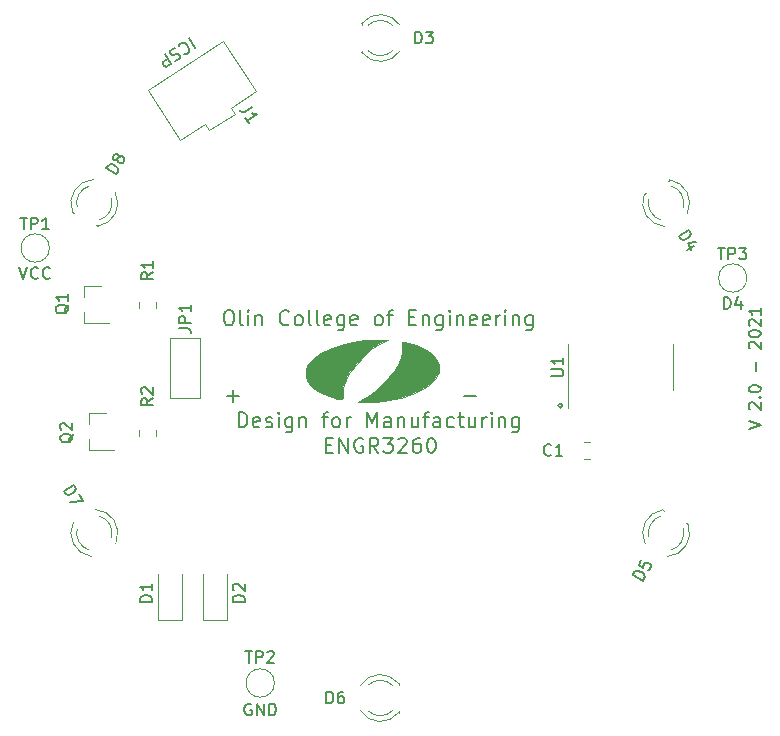
<source format=gbr>
G04 #@! TF.GenerationSoftware,KiCad,Pcbnew,(5.1.10)-1*
G04 #@! TF.CreationDate,2021-07-11T13:09:49-07:00*
G04 #@! TF.ProjectId,NightLight,4e696768-744c-4696-9768-742e6b696361,rev?*
G04 #@! TF.SameCoordinates,Original*
G04 #@! TF.FileFunction,Legend,Top*
G04 #@! TF.FilePolarity,Positive*
%FSLAX46Y46*%
G04 Gerber Fmt 4.6, Leading zero omitted, Abs format (unit mm)*
G04 Created by KiCad (PCBNEW (5.1.10)-1) date 2021-07-11 13:09:49*
%MOMM*%
%LPD*%
G01*
G04 APERTURE LIST*
%ADD10C,0.177800*%
%ADD11C,0.150000*%
%ADD12C,0.120000*%
%ADD13C,0.010000*%
%ADD14C,0.300000*%
G04 APERTURE END LIST*
D10*
X15419605Y-3175000D02*
G75*
G03*
X15419605Y-3175000I-179605J0D01*
G01*
X-4626428Y-6513285D02*
X-4203095Y-6513285D01*
X-4021666Y-7178523D02*
X-4626428Y-7178523D01*
X-4626428Y-5908523D01*
X-4021666Y-5908523D01*
X-3477380Y-7178523D02*
X-3477380Y-5908523D01*
X-2751666Y-7178523D01*
X-2751666Y-5908523D01*
X-1481666Y-5969000D02*
X-1602619Y-5908523D01*
X-1784047Y-5908523D01*
X-1965476Y-5969000D01*
X-2086428Y-6089952D01*
X-2146904Y-6210904D01*
X-2207380Y-6452809D01*
X-2207380Y-6634238D01*
X-2146904Y-6876142D01*
X-2086428Y-6997095D01*
X-1965476Y-7118047D01*
X-1784047Y-7178523D01*
X-1663095Y-7178523D01*
X-1481666Y-7118047D01*
X-1421190Y-7057571D01*
X-1421190Y-6634238D01*
X-1663095Y-6634238D01*
X-151190Y-7178523D02*
X-574523Y-6573761D01*
X-876904Y-7178523D02*
X-876904Y-5908523D01*
X-393095Y-5908523D01*
X-272142Y-5969000D01*
X-211666Y-6029476D01*
X-151190Y-6150428D01*
X-151190Y-6331857D01*
X-211666Y-6452809D01*
X-272142Y-6513285D01*
X-393095Y-6573761D01*
X-876904Y-6573761D01*
X272142Y-5908523D02*
X1058333Y-5908523D01*
X635000Y-6392333D01*
X816428Y-6392333D01*
X937380Y-6452809D01*
X997857Y-6513285D01*
X1058333Y-6634238D01*
X1058333Y-6936619D01*
X997857Y-7057571D01*
X937380Y-7118047D01*
X816428Y-7178523D01*
X453571Y-7178523D01*
X332619Y-7118047D01*
X272142Y-7057571D01*
X1542142Y-6029476D02*
X1602619Y-5969000D01*
X1723571Y-5908523D01*
X2025952Y-5908523D01*
X2146904Y-5969000D01*
X2207380Y-6029476D01*
X2267857Y-6150428D01*
X2267857Y-6271380D01*
X2207380Y-6452809D01*
X1481666Y-7178523D01*
X2267857Y-7178523D01*
X3356428Y-5908523D02*
X3114523Y-5908523D01*
X2993571Y-5969000D01*
X2933095Y-6029476D01*
X2812142Y-6210904D01*
X2751666Y-6452809D01*
X2751666Y-6936619D01*
X2812142Y-7057571D01*
X2872619Y-7118047D01*
X2993571Y-7178523D01*
X3235476Y-7178523D01*
X3356428Y-7118047D01*
X3416904Y-7057571D01*
X3477380Y-6936619D01*
X3477380Y-6634238D01*
X3416904Y-6513285D01*
X3356428Y-6452809D01*
X3235476Y-6392333D01*
X2993571Y-6392333D01*
X2872619Y-6452809D01*
X2812142Y-6513285D01*
X2751666Y-6634238D01*
X4263571Y-5908523D02*
X4384523Y-5908523D01*
X4505476Y-5969000D01*
X4565952Y-6029476D01*
X4626428Y-6150428D01*
X4686904Y-6392333D01*
X4686904Y-6694714D01*
X4626428Y-6936619D01*
X4565952Y-7057571D01*
X4505476Y-7118047D01*
X4384523Y-7178523D01*
X4263571Y-7178523D01*
X4142619Y-7118047D01*
X4082142Y-7057571D01*
X4021666Y-6936619D01*
X3961190Y-6694714D01*
X3961190Y-6392333D01*
X4021666Y-6150428D01*
X4082142Y-6029476D01*
X4142619Y-5969000D01*
X4263571Y-5908523D01*
X-11980333Y-5019523D02*
X-11980333Y-3749523D01*
X-11677952Y-3749523D01*
X-11496523Y-3810000D01*
X-11375571Y-3930952D01*
X-11315095Y-4051904D01*
X-11254619Y-4293809D01*
X-11254619Y-4475238D01*
X-11315095Y-4717142D01*
X-11375571Y-4838095D01*
X-11496523Y-4959047D01*
X-11677952Y-5019523D01*
X-11980333Y-5019523D01*
X-10226523Y-4959047D02*
X-10347476Y-5019523D01*
X-10589380Y-5019523D01*
X-10710333Y-4959047D01*
X-10770809Y-4838095D01*
X-10770809Y-4354285D01*
X-10710333Y-4233333D01*
X-10589380Y-4172857D01*
X-10347476Y-4172857D01*
X-10226523Y-4233333D01*
X-10166047Y-4354285D01*
X-10166047Y-4475238D01*
X-10770809Y-4596190D01*
X-9682238Y-4959047D02*
X-9561285Y-5019523D01*
X-9319380Y-5019523D01*
X-9198428Y-4959047D01*
X-9137952Y-4838095D01*
X-9137952Y-4777619D01*
X-9198428Y-4656666D01*
X-9319380Y-4596190D01*
X-9500809Y-4596190D01*
X-9621761Y-4535714D01*
X-9682238Y-4414761D01*
X-9682238Y-4354285D01*
X-9621761Y-4233333D01*
X-9500809Y-4172857D01*
X-9319380Y-4172857D01*
X-9198428Y-4233333D01*
X-8593666Y-5019523D02*
X-8593666Y-4172857D01*
X-8593666Y-3749523D02*
X-8654142Y-3810000D01*
X-8593666Y-3870476D01*
X-8533190Y-3810000D01*
X-8593666Y-3749523D01*
X-8593666Y-3870476D01*
X-7444619Y-4172857D02*
X-7444619Y-5200952D01*
X-7505095Y-5321904D01*
X-7565571Y-5382380D01*
X-7686523Y-5442857D01*
X-7867952Y-5442857D01*
X-7988904Y-5382380D01*
X-7444619Y-4959047D02*
X-7565571Y-5019523D01*
X-7807476Y-5019523D01*
X-7928428Y-4959047D01*
X-7988904Y-4898571D01*
X-8049380Y-4777619D01*
X-8049380Y-4414761D01*
X-7988904Y-4293809D01*
X-7928428Y-4233333D01*
X-7807476Y-4172857D01*
X-7565571Y-4172857D01*
X-7444619Y-4233333D01*
X-6839857Y-4172857D02*
X-6839857Y-5019523D01*
X-6839857Y-4293809D02*
X-6779380Y-4233333D01*
X-6658428Y-4172857D01*
X-6477000Y-4172857D01*
X-6356047Y-4233333D01*
X-6295571Y-4354285D01*
X-6295571Y-5019523D01*
X-4904619Y-4172857D02*
X-4420809Y-4172857D01*
X-4723190Y-5019523D02*
X-4723190Y-3930952D01*
X-4662714Y-3810000D01*
X-4541761Y-3749523D01*
X-4420809Y-3749523D01*
X-3816047Y-5019523D02*
X-3937000Y-4959047D01*
X-3997476Y-4898571D01*
X-4057952Y-4777619D01*
X-4057952Y-4414761D01*
X-3997476Y-4293809D01*
X-3937000Y-4233333D01*
X-3816047Y-4172857D01*
X-3634619Y-4172857D01*
X-3513666Y-4233333D01*
X-3453190Y-4293809D01*
X-3392714Y-4414761D01*
X-3392714Y-4777619D01*
X-3453190Y-4898571D01*
X-3513666Y-4959047D01*
X-3634619Y-5019523D01*
X-3816047Y-5019523D01*
X-2848428Y-5019523D02*
X-2848428Y-4172857D01*
X-2848428Y-4414761D02*
X-2787952Y-4293809D01*
X-2727476Y-4233333D01*
X-2606523Y-4172857D01*
X-2485571Y-4172857D01*
X-1094619Y-5019523D02*
X-1094619Y-3749523D01*
X-671285Y-4656666D01*
X-247952Y-3749523D01*
X-247952Y-5019523D01*
X901095Y-5019523D02*
X901095Y-4354285D01*
X840619Y-4233333D01*
X719666Y-4172857D01*
X477761Y-4172857D01*
X356809Y-4233333D01*
X901095Y-4959047D02*
X780142Y-5019523D01*
X477761Y-5019523D01*
X356809Y-4959047D01*
X296333Y-4838095D01*
X296333Y-4717142D01*
X356809Y-4596190D01*
X477761Y-4535714D01*
X780142Y-4535714D01*
X901095Y-4475238D01*
X1505857Y-4172857D02*
X1505857Y-5019523D01*
X1505857Y-4293809D02*
X1566333Y-4233333D01*
X1687285Y-4172857D01*
X1868714Y-4172857D01*
X1989666Y-4233333D01*
X2050142Y-4354285D01*
X2050142Y-5019523D01*
X3199190Y-4172857D02*
X3199190Y-5019523D01*
X2654904Y-4172857D02*
X2654904Y-4838095D01*
X2715380Y-4959047D01*
X2836333Y-5019523D01*
X3017761Y-5019523D01*
X3138714Y-4959047D01*
X3199190Y-4898571D01*
X3622523Y-4172857D02*
X4106333Y-4172857D01*
X3803952Y-5019523D02*
X3803952Y-3930952D01*
X3864428Y-3810000D01*
X3985380Y-3749523D01*
X4106333Y-3749523D01*
X5073952Y-5019523D02*
X5073952Y-4354285D01*
X5013476Y-4233333D01*
X4892523Y-4172857D01*
X4650619Y-4172857D01*
X4529666Y-4233333D01*
X5073952Y-4959047D02*
X4952999Y-5019523D01*
X4650619Y-5019523D01*
X4529666Y-4959047D01*
X4469190Y-4838095D01*
X4469190Y-4717142D01*
X4529666Y-4596190D01*
X4650619Y-4535714D01*
X4952999Y-4535714D01*
X5073952Y-4475238D01*
X6222999Y-4959047D02*
X6102047Y-5019523D01*
X5860142Y-5019523D01*
X5739190Y-4959047D01*
X5678714Y-4898571D01*
X5618238Y-4777619D01*
X5618238Y-4414761D01*
X5678714Y-4293809D01*
X5739190Y-4233333D01*
X5860142Y-4172857D01*
X6102047Y-4172857D01*
X6222999Y-4233333D01*
X6585857Y-4172857D02*
X7069666Y-4172857D01*
X6767285Y-3749523D02*
X6767285Y-4838095D01*
X6827761Y-4959047D01*
X6948714Y-5019523D01*
X7069666Y-5019523D01*
X8037285Y-4172857D02*
X8037285Y-5019523D01*
X7492999Y-4172857D02*
X7492999Y-4838095D01*
X7553476Y-4959047D01*
X7674428Y-5019523D01*
X7855857Y-5019523D01*
X7976809Y-4959047D01*
X8037285Y-4898571D01*
X8642047Y-5019523D02*
X8642047Y-4172857D01*
X8642047Y-4414761D02*
X8702523Y-4293809D01*
X8762999Y-4233333D01*
X8883952Y-4172857D01*
X9004904Y-4172857D01*
X9428238Y-5019523D02*
X9428238Y-4172857D01*
X9428238Y-3749523D02*
X9367761Y-3810000D01*
X9428238Y-3870476D01*
X9488714Y-3810000D01*
X9428238Y-3749523D01*
X9428238Y-3870476D01*
X10032999Y-4172857D02*
X10032999Y-5019523D01*
X10032999Y-4293809D02*
X10093476Y-4233333D01*
X10214428Y-4172857D01*
X10395857Y-4172857D01*
X10516809Y-4233333D01*
X10577285Y-4354285D01*
X10577285Y-5019523D01*
X11726333Y-4172857D02*
X11726333Y-5200952D01*
X11665857Y-5321904D01*
X11605380Y-5382380D01*
X11484428Y-5442857D01*
X11302999Y-5442857D01*
X11182047Y-5382380D01*
X11726333Y-4959047D02*
X11605380Y-5019523D01*
X11363476Y-5019523D01*
X11242523Y-4959047D01*
X11182047Y-4898571D01*
X11121571Y-4777619D01*
X11121571Y-4414761D01*
X11182047Y-4293809D01*
X11242523Y-4233333D01*
X11363476Y-4172857D01*
X11605380Y-4172857D01*
X11726333Y-4233333D01*
D11*
X29106904Y5008619D02*
X29106904Y6008619D01*
X29345000Y6008619D01*
X29487857Y5961000D01*
X29583095Y5865761D01*
X29630714Y5770523D01*
X29678333Y5580047D01*
X29678333Y5437190D01*
X29630714Y5246714D01*
X29583095Y5151476D01*
X29487857Y5056238D01*
X29345000Y5008619D01*
X29106904Y5008619D01*
X30535476Y5675285D02*
X30535476Y5008619D01*
X30297380Y6056238D02*
X30059285Y5341952D01*
X30678333Y5341952D01*
X-30543333Y8548619D02*
X-30210000Y7548619D01*
X-29876666Y8548619D01*
X-28971904Y7643857D02*
X-29019523Y7596238D01*
X-29162380Y7548619D01*
X-29257619Y7548619D01*
X-29400476Y7596238D01*
X-29495714Y7691476D01*
X-29543333Y7786714D01*
X-29590952Y7977190D01*
X-29590952Y8120047D01*
X-29543333Y8310523D01*
X-29495714Y8405761D01*
X-29400476Y8501000D01*
X-29257619Y8548619D01*
X-29162380Y8548619D01*
X-29019523Y8501000D01*
X-28971904Y8453380D01*
X-27971904Y7643857D02*
X-28019523Y7596238D01*
X-28162380Y7548619D01*
X-28257619Y7548619D01*
X-28400476Y7596238D01*
X-28495714Y7691476D01*
X-28543333Y7786714D01*
X-28590952Y7977190D01*
X-28590952Y8120047D01*
X-28543333Y8310523D01*
X-28495714Y8405761D01*
X-28400476Y8501000D01*
X-28257619Y8548619D01*
X-28162380Y8548619D01*
X-28019523Y8501000D01*
X-27971904Y8453380D01*
X-10921904Y-28456000D02*
X-11017142Y-28408380D01*
X-11160000Y-28408380D01*
X-11302857Y-28456000D01*
X-11398095Y-28551238D01*
X-11445714Y-28646476D01*
X-11493333Y-28836952D01*
X-11493333Y-28979809D01*
X-11445714Y-29170285D01*
X-11398095Y-29265523D01*
X-11302857Y-29360761D01*
X-11160000Y-29408380D01*
X-11064761Y-29408380D01*
X-10921904Y-29360761D01*
X-10874285Y-29313142D01*
X-10874285Y-28979809D01*
X-11064761Y-28979809D01*
X-10445714Y-29408380D02*
X-10445714Y-28408380D01*
X-9874285Y-29408380D01*
X-9874285Y-28408380D01*
X-9398095Y-29408380D02*
X-9398095Y-28408380D01*
X-9160000Y-28408380D01*
X-9017142Y-28456000D01*
X-8921904Y-28551238D01*
X-8874285Y-28646476D01*
X-8826666Y-28836952D01*
X-8826666Y-28979809D01*
X-8874285Y-29170285D01*
X-8921904Y-29265523D01*
X-9017142Y-29360761D01*
X-9160000Y-29408380D01*
X-9398095Y-29408380D01*
X31202380Y-5190476D02*
X32202380Y-4857142D01*
X31202380Y-4523809D01*
X31297619Y-3476190D02*
X31250000Y-3428571D01*
X31202380Y-3333333D01*
X31202380Y-3095238D01*
X31250000Y-3000000D01*
X31297619Y-2952380D01*
X31392857Y-2904761D01*
X31488095Y-2904761D01*
X31630952Y-2952380D01*
X32202380Y-3523809D01*
X32202380Y-2904761D01*
X32107142Y-2476190D02*
X32154761Y-2428571D01*
X32202380Y-2476190D01*
X32154761Y-2523809D01*
X32107142Y-2476190D01*
X32202380Y-2476190D01*
X31202380Y-1809523D02*
X31202380Y-1714285D01*
X31250000Y-1619047D01*
X31297619Y-1571428D01*
X31392857Y-1523809D01*
X31583333Y-1476190D01*
X31821428Y-1476190D01*
X32011904Y-1523809D01*
X32107142Y-1571428D01*
X32154761Y-1619047D01*
X32202380Y-1714285D01*
X32202380Y-1809523D01*
X32154761Y-1904761D01*
X32107142Y-1952380D01*
X32011904Y-2000000D01*
X31821428Y-2047619D01*
X31583333Y-2047619D01*
X31392857Y-2000000D01*
X31297619Y-1952380D01*
X31250000Y-1904761D01*
X31202380Y-1809523D01*
X31821428Y-285714D02*
X31821428Y476190D01*
X31297619Y1666666D02*
X31250000Y1714285D01*
X31202380Y1809523D01*
X31202380Y2047619D01*
X31250000Y2142857D01*
X31297619Y2190476D01*
X31392857Y2238095D01*
X31488095Y2238095D01*
X31630952Y2190476D01*
X32202380Y1619047D01*
X32202380Y2238095D01*
X31202380Y2857142D02*
X31202380Y2952380D01*
X31250000Y3047619D01*
X31297619Y3095238D01*
X31392857Y3142857D01*
X31583333Y3190476D01*
X31821428Y3190476D01*
X32011904Y3142857D01*
X32107142Y3095238D01*
X32154761Y3047619D01*
X32202380Y2952380D01*
X32202380Y2857142D01*
X32154761Y2761904D01*
X32107142Y2714285D01*
X32011904Y2666666D01*
X31821428Y2619047D01*
X31583333Y2619047D01*
X31392857Y2666666D01*
X31297619Y2714285D01*
X31250000Y2761904D01*
X31202380Y2857142D01*
X31297619Y3571428D02*
X31250000Y3619047D01*
X31202380Y3714285D01*
X31202380Y3952380D01*
X31250000Y4047619D01*
X31297619Y4095238D01*
X31392857Y4142857D01*
X31488095Y4142857D01*
X31630952Y4095238D01*
X32202380Y3523809D01*
X32202380Y4142857D01*
X32202380Y5095238D02*
X32202380Y4523809D01*
X32202380Y4809523D02*
X31202380Y4809523D01*
X31345238Y4714285D01*
X31440476Y4619047D01*
X31488095Y4523809D01*
D10*
X-12917714Y4886476D02*
X-12675809Y4886476D01*
X-12554857Y4826000D01*
X-12433904Y4705047D01*
X-12373428Y4463142D01*
X-12373428Y4039809D01*
X-12433904Y3797904D01*
X-12554857Y3676952D01*
X-12675809Y3616476D01*
X-12917714Y3616476D01*
X-13038666Y3676952D01*
X-13159619Y3797904D01*
X-13220095Y4039809D01*
X-13220095Y4463142D01*
X-13159619Y4705047D01*
X-13038666Y4826000D01*
X-12917714Y4886476D01*
X-11647714Y3616476D02*
X-11768666Y3676952D01*
X-11829142Y3797904D01*
X-11829142Y4886476D01*
X-11163904Y3616476D02*
X-11163904Y4463142D01*
X-11163904Y4886476D02*
X-11224380Y4826000D01*
X-11163904Y4765523D01*
X-11103428Y4826000D01*
X-11163904Y4886476D01*
X-11163904Y4765523D01*
X-10559142Y4463142D02*
X-10559142Y3616476D01*
X-10559142Y4342190D02*
X-10498666Y4402666D01*
X-10377714Y4463142D01*
X-10196285Y4463142D01*
X-10075333Y4402666D01*
X-10014857Y4281714D01*
X-10014857Y3616476D01*
X-7716761Y3737428D02*
X-7777238Y3676952D01*
X-7958666Y3616476D01*
X-8079619Y3616476D01*
X-8261047Y3676952D01*
X-8382000Y3797904D01*
X-8442476Y3918857D01*
X-8502952Y4160761D01*
X-8502952Y4342190D01*
X-8442476Y4584095D01*
X-8382000Y4705047D01*
X-8261047Y4826000D01*
X-8079619Y4886476D01*
X-7958666Y4886476D01*
X-7777238Y4826000D01*
X-7716761Y4765523D01*
X-6991047Y3616476D02*
X-7112000Y3676952D01*
X-7172476Y3737428D01*
X-7232952Y3858380D01*
X-7232952Y4221238D01*
X-7172476Y4342190D01*
X-7112000Y4402666D01*
X-6991047Y4463142D01*
X-6809619Y4463142D01*
X-6688666Y4402666D01*
X-6628190Y4342190D01*
X-6567714Y4221238D01*
X-6567714Y3858380D01*
X-6628190Y3737428D01*
X-6688666Y3676952D01*
X-6809619Y3616476D01*
X-6991047Y3616476D01*
X-5842000Y3616476D02*
X-5962952Y3676952D01*
X-6023428Y3797904D01*
X-6023428Y4886476D01*
X-5176761Y3616476D02*
X-5297714Y3676952D01*
X-5358190Y3797904D01*
X-5358190Y4886476D01*
X-4209142Y3676952D02*
X-4330095Y3616476D01*
X-4572000Y3616476D01*
X-4692952Y3676952D01*
X-4753428Y3797904D01*
X-4753428Y4281714D01*
X-4692952Y4402666D01*
X-4572000Y4463142D01*
X-4330095Y4463142D01*
X-4209142Y4402666D01*
X-4148666Y4281714D01*
X-4148666Y4160761D01*
X-4753428Y4039809D01*
X-3060095Y4463142D02*
X-3060095Y3435047D01*
X-3120571Y3314095D01*
X-3181047Y3253619D01*
X-3302000Y3193142D01*
X-3483428Y3193142D01*
X-3604380Y3253619D01*
X-3060095Y3676952D02*
X-3181047Y3616476D01*
X-3422952Y3616476D01*
X-3543904Y3676952D01*
X-3604380Y3737428D01*
X-3664857Y3858380D01*
X-3664857Y4221238D01*
X-3604380Y4342190D01*
X-3543904Y4402666D01*
X-3422952Y4463142D01*
X-3181047Y4463142D01*
X-3060095Y4402666D01*
X-1971523Y3676952D02*
X-2092476Y3616476D01*
X-2334380Y3616476D01*
X-2455333Y3676952D01*
X-2515809Y3797904D01*
X-2515809Y4281714D01*
X-2455333Y4402666D01*
X-2334380Y4463142D01*
X-2092476Y4463142D01*
X-1971523Y4402666D01*
X-1911047Y4281714D01*
X-1911047Y4160761D01*
X-2515809Y4039809D01*
X-217714Y3616476D02*
X-338666Y3676952D01*
X-399142Y3737428D01*
X-459619Y3858380D01*
X-459619Y4221238D01*
X-399142Y4342190D01*
X-338666Y4402666D01*
X-217714Y4463142D01*
X-36285Y4463142D01*
X84666Y4402666D01*
X145142Y4342190D01*
X205619Y4221238D01*
X205619Y3858380D01*
X145142Y3737428D01*
X84666Y3676952D01*
X-36285Y3616476D01*
X-217714Y3616476D01*
X568476Y4463142D02*
X1052285Y4463142D01*
X749904Y3616476D02*
X749904Y4705047D01*
X810380Y4826000D01*
X931333Y4886476D01*
X1052285Y4886476D01*
X2443238Y4281714D02*
X2866571Y4281714D01*
X3047999Y3616476D02*
X2443238Y3616476D01*
X2443238Y4886476D01*
X3047999Y4886476D01*
X3592285Y4463142D02*
X3592285Y3616476D01*
X3592285Y4342190D02*
X3652761Y4402666D01*
X3773714Y4463142D01*
X3955142Y4463142D01*
X4076095Y4402666D01*
X4136571Y4281714D01*
X4136571Y3616476D01*
X5285619Y4463142D02*
X5285619Y3435047D01*
X5225142Y3314095D01*
X5164666Y3253619D01*
X5043714Y3193142D01*
X4862285Y3193142D01*
X4741333Y3253619D01*
X5285619Y3676952D02*
X5164666Y3616476D01*
X4922761Y3616476D01*
X4801809Y3676952D01*
X4741333Y3737428D01*
X4680857Y3858380D01*
X4680857Y4221238D01*
X4741333Y4342190D01*
X4801809Y4402666D01*
X4922761Y4463142D01*
X5164666Y4463142D01*
X5285619Y4402666D01*
X5890380Y3616476D02*
X5890380Y4463142D01*
X5890380Y4886476D02*
X5829904Y4826000D01*
X5890380Y4765523D01*
X5950857Y4826000D01*
X5890380Y4886476D01*
X5890380Y4765523D01*
X6495142Y4463142D02*
X6495142Y3616476D01*
X6495142Y4342190D02*
X6555619Y4402666D01*
X6676571Y4463142D01*
X6858000Y4463142D01*
X6978952Y4402666D01*
X7039428Y4281714D01*
X7039428Y3616476D01*
X8128000Y3676952D02*
X8007047Y3616476D01*
X7765142Y3616476D01*
X7644190Y3676952D01*
X7583714Y3797904D01*
X7583714Y4281714D01*
X7644190Y4402666D01*
X7765142Y4463142D01*
X8007047Y4463142D01*
X8128000Y4402666D01*
X8188476Y4281714D01*
X8188476Y4160761D01*
X7583714Y4039809D01*
X9216571Y3676952D02*
X9095619Y3616476D01*
X8853714Y3616476D01*
X8732761Y3676952D01*
X8672285Y3797904D01*
X8672285Y4281714D01*
X8732761Y4402666D01*
X8853714Y4463142D01*
X9095619Y4463142D01*
X9216571Y4402666D01*
X9277047Y4281714D01*
X9277047Y4160761D01*
X8672285Y4039809D01*
X9821333Y3616476D02*
X9821333Y4463142D01*
X9821333Y4221238D02*
X9881809Y4342190D01*
X9942285Y4402666D01*
X10063238Y4463142D01*
X10184190Y4463142D01*
X10607523Y3616476D02*
X10607523Y4463142D01*
X10607523Y4886476D02*
X10547047Y4826000D01*
X10607523Y4765523D01*
X10668000Y4826000D01*
X10607523Y4886476D01*
X10607523Y4765523D01*
X11212285Y4463142D02*
X11212285Y3616476D01*
X11212285Y4342190D02*
X11272761Y4402666D01*
X11393714Y4463142D01*
X11575142Y4463142D01*
X11696095Y4402666D01*
X11756571Y4281714D01*
X11756571Y3616476D01*
X12905619Y4463142D02*
X12905619Y3435047D01*
X12845142Y3314095D01*
X12784666Y3253619D01*
X12663714Y3193142D01*
X12482285Y3193142D01*
X12361333Y3253619D01*
X12905619Y3676952D02*
X12784666Y3616476D01*
X12542761Y3616476D01*
X12421809Y3676952D01*
X12361333Y3737428D01*
X12300857Y3858380D01*
X12300857Y4221238D01*
X12361333Y4342190D01*
X12421809Y4402666D01*
X12542761Y4463142D01*
X12784666Y4463142D01*
X12905619Y4402666D01*
D11*
X-16204146Y27904189D02*
X-15659507Y27065518D01*
X-17030883Y27253741D02*
X-17016882Y27319613D01*
X-16923007Y27437356D01*
X-16843133Y27489226D01*
X-16697388Y27527095D01*
X-16565644Y27499092D01*
X-16473837Y27445154D01*
X-16330160Y27311342D01*
X-16252354Y27191532D01*
X-16188550Y27005850D01*
X-16176616Y26900041D01*
X-16204619Y26768298D01*
X-16298494Y26650555D01*
X-16378368Y26598685D01*
X-16524113Y26560816D01*
X-16589985Y26574818D01*
X-17376312Y27086197D02*
X-17522057Y27048328D01*
X-17721741Y26918652D01*
X-17775679Y26826845D01*
X-17789680Y26760973D01*
X-17777747Y26655164D01*
X-17725876Y26575291D01*
X-17634069Y26521353D01*
X-17568197Y26507351D01*
X-17462389Y26519285D01*
X-17276707Y26583089D01*
X-17170898Y26595023D01*
X-17105026Y26581021D01*
X-17013219Y26527083D01*
X-16961349Y26447209D01*
X-16949415Y26341401D01*
X-16963417Y26275529D01*
X-17017355Y26183722D01*
X-17217038Y26054046D01*
X-17362784Y26016177D01*
X-18240918Y26581494D02*
X-17696279Y25742824D01*
X-18015772Y25535342D01*
X-18121581Y25523408D01*
X-18187453Y25537410D01*
X-18279260Y25591348D01*
X-18357065Y25711158D01*
X-18368999Y25816967D01*
X-18354998Y25882839D01*
X-18301059Y25974646D01*
X-17981566Y26182127D01*
D10*
X7136190Y-2376714D02*
X8103809Y-2376714D01*
X-12929809Y-2376714D02*
X-11962190Y-2376714D01*
X-12446000Y-2860523D02*
X-12446000Y-1892904D01*
D12*
X-19697609Y23523060D02*
X-16930843Y19262614D01*
X-13306940Y27673210D02*
X-19697609Y23523060D01*
X-10540173Y23412763D02*
X-13306940Y27673210D01*
X-12670397Y22029380D02*
X-10540173Y23412763D01*
X-12324551Y21496824D02*
X-12670397Y22029380D01*
X-14454774Y20113441D02*
X-12324551Y21496824D01*
X-14800620Y20645997D02*
X-14454774Y20113441D01*
X-16930843Y19262614D02*
X-14800620Y20645997D01*
D13*
G36*
X2080365Y2196559D02*
G01*
X3011923Y1931743D01*
X3785796Y1586218D01*
X4386311Y1174846D01*
X4797793Y712492D01*
X5004569Y214018D01*
X4990964Y-305712D01*
X4926255Y-502071D01*
X4620731Y-967447D01*
X4113830Y-1423896D01*
X3445682Y-1848574D01*
X2656412Y-2218635D01*
X1786150Y-2511236D01*
X1134513Y-2660649D01*
X718274Y-2725038D01*
X211597Y-2785630D01*
X-332860Y-2838478D01*
X-862440Y-2879638D01*
X-1324487Y-2905162D01*
X-1666342Y-2911105D01*
X-1835348Y-2893523D01*
X-1844524Y-2883874D01*
X-1747431Y-2795333D01*
X-1493283Y-2628343D01*
X-1149048Y-2425909D01*
X-527932Y-2001912D01*
X118008Y-1435088D01*
X723713Y-792658D01*
X1224124Y-141839D01*
X1481666Y292147D01*
X1726164Y871298D01*
X1829988Y1386654D01*
X1838461Y1633355D01*
X1844280Y1994713D01*
X1886629Y2168996D01*
X1988903Y2210678D01*
X2080365Y2196559D01*
G37*
X2080365Y2196559D02*
X3011923Y1931743D01*
X3785796Y1586218D01*
X4386311Y1174846D01*
X4797793Y712492D01*
X5004569Y214018D01*
X4990964Y-305712D01*
X4926255Y-502071D01*
X4620731Y-967447D01*
X4113830Y-1423896D01*
X3445682Y-1848574D01*
X2656412Y-2218635D01*
X1786150Y-2511236D01*
X1134513Y-2660649D01*
X718274Y-2725038D01*
X211597Y-2785630D01*
X-332860Y-2838478D01*
X-862440Y-2879638D01*
X-1324487Y-2905162D01*
X-1666342Y-2911105D01*
X-1835348Y-2893523D01*
X-1844524Y-2883874D01*
X-1747431Y-2795333D01*
X-1493283Y-2628343D01*
X-1149048Y-2425909D01*
X-527932Y-2001912D01*
X118008Y-1435088D01*
X723713Y-792658D01*
X1224124Y-141839D01*
X1481666Y292147D01*
X1726164Y871298D01*
X1829988Y1386654D01*
X1838461Y1633355D01*
X1844280Y1994713D01*
X1886629Y2168996D01*
X1988903Y2210678D01*
X2080365Y2196559D01*
G36*
X635000Y2400506D02*
G01*
X-90138Y2010634D01*
X-758336Y1568159D01*
X-1447271Y968684D01*
X-2088296Y279998D01*
X-2612764Y-430113D01*
X-2691191Y-557841D01*
X-2936376Y-1011628D01*
X-3065468Y-1386293D01*
X-3111735Y-1792995D01*
X-3114524Y-1972282D01*
X-3126918Y-2348669D01*
X-3190099Y-2574607D01*
X-3343067Y-2663350D01*
X-3624823Y-2628153D01*
X-4074365Y-2482270D01*
X-4334311Y-2386824D01*
X-5155992Y-2011740D01*
X-5765593Y-1581239D01*
X-6156750Y-1105097D01*
X-6323099Y-593091D01*
X-6258274Y-54996D01*
X-6087703Y306514D01*
X-5661734Y801863D01*
X-5033237Y1254866D01*
X-4239907Y1651650D01*
X-3319440Y1978344D01*
X-2309530Y2221075D01*
X-1247874Y2365973D01*
X-393095Y2402141D01*
X635000Y2400506D01*
G37*
X635000Y2400506D02*
X-90138Y2010634D01*
X-758336Y1568159D01*
X-1447271Y968684D01*
X-2088296Y279998D01*
X-2612764Y-430113D01*
X-2691191Y-557841D01*
X-2936376Y-1011628D01*
X-3065468Y-1386293D01*
X-3111735Y-1792995D01*
X-3114524Y-1972282D01*
X-3126918Y-2348669D01*
X-3190099Y-2574607D01*
X-3343067Y-2663350D01*
X-3624823Y-2628153D01*
X-4074365Y-2482270D01*
X-4334311Y-2386824D01*
X-5155992Y-2011740D01*
X-5765593Y-1581239D01*
X-6156750Y-1105097D01*
X-6323099Y-593091D01*
X-6258274Y-54996D01*
X-6087703Y306514D01*
X-5661734Y801863D01*
X-5033237Y1254866D01*
X-4239907Y1651650D01*
X-3319440Y1978344D01*
X-2309530Y2221075D01*
X-1247874Y2365973D01*
X-393095Y2402141D01*
X635000Y2400506D01*
D12*
X24755000Y65000D02*
X24755000Y2015000D01*
X24755000Y65000D02*
X24755000Y-1885000D01*
X15885000Y65000D02*
X15885000Y2015000D01*
X15885000Y65000D02*
X15885000Y-3385000D01*
X-20395000Y-5731252D02*
X-20395000Y-5208748D01*
X-18975000Y-5731252D02*
X-18975000Y-5208748D01*
X-20395000Y5063748D02*
X-20395000Y5586252D01*
X-18975000Y5063748D02*
X-18975000Y5586252D01*
X-24660000Y-3815000D02*
X-24660000Y-4745000D01*
X-24660000Y-6975000D02*
X-24660000Y-6045000D01*
X-24660000Y-6975000D02*
X-22500000Y-6975000D01*
X-24660000Y-3815000D02*
X-23200000Y-3815000D01*
X-25120000Y6980000D02*
X-25120000Y6050000D01*
X-25120000Y3820000D02*
X-25120000Y4750000D01*
X-25120000Y3820000D02*
X-22960000Y3820000D01*
X-25120000Y6980000D02*
X-23660000Y6980000D01*
X-14970000Y-21300000D02*
X-12970000Y-21300000D01*
X-12970000Y-21300000D02*
X-12970000Y-17400000D01*
X-14970000Y-21300000D02*
X-14970000Y-17400000D01*
X-18780000Y-21300000D02*
X-16780000Y-21300000D01*
X-16780000Y-21300000D02*
X-16780000Y-17400000D01*
X-18780000Y-21300000D02*
X-18780000Y-17400000D01*
X17218922Y-6275000D02*
X17736078Y-6275000D01*
X17218922Y-7695000D02*
X17736078Y-7695000D01*
X-15240000Y-2540000D02*
X-15240000Y2540000D01*
X-17780000Y-2540000D02*
X-15240000Y-2540000D01*
X-17780000Y2540000D02*
X-17780000Y-2540000D01*
X-15240000Y2540000D02*
X-17780000Y2540000D01*
X-24050893Y12079000D02*
X-23915793Y12001000D01*
X-26056607Y13237000D02*
X-25921507Y13159000D01*
X-22750469Y14331726D02*
G75*
G02*
X-23791373Y12528501I-1455731J-361726D01*
G01*
X-24620802Y15411564D02*
G75*
G03*
X-25661988Y13608501I414602J-1441564D01*
G01*
X-22435930Y14878980D02*
G75*
G02*
X-23916212Y12001242I-1770270J-908980D01*
G01*
X-24304135Y15957589D02*
G75*
G03*
X-26056188Y13236758I97935J-1987589D01*
G01*
X-22490893Y-14781000D02*
X-22355793Y-14703000D01*
X-24496607Y-15939000D02*
X-24361507Y-15861000D01*
X-23791598Y-12528436D02*
G75*
G02*
X-22750412Y-14331499I-414602J-1441564D01*
G01*
X-25661931Y-13608274D02*
G75*
G03*
X-24621027Y-15411499I1455731J-361726D01*
G01*
X-24108265Y-11982411D02*
G75*
G02*
X-22356212Y-14703242I-97935J-1987589D01*
G01*
X-25976470Y-13061020D02*
G75*
G03*
X-24496188Y-15938758I1770270J-908980D01*
G01*
X1560000Y-26860000D02*
X1560000Y-26704000D01*
X1560000Y-29176000D02*
X1560000Y-29020000D01*
X-1041130Y-26860163D02*
G75*
G02*
X1040961Y-26860000I1041130J-1079837D01*
G01*
X-1041130Y-29019837D02*
G75*
G03*
X1040961Y-29020000I1041130J1079837D01*
G01*
X-1672335Y-26861392D02*
G75*
G02*
X1560000Y-26704484I1672335J-1078608D01*
G01*
X-1672335Y-29018608D02*
G75*
G03*
X1560000Y-29175516I1672335J1078608D01*
G01*
X24050893Y-12079000D02*
X23915793Y-12001000D01*
X26056607Y-13237000D02*
X25921507Y-13159000D01*
X22750469Y-14331726D02*
G75*
G02*
X23791373Y-12528501I1455731J361726D01*
G01*
X24620802Y-15411564D02*
G75*
G03*
X25661988Y-13608501I-414602J1441564D01*
G01*
X22435930Y-14878980D02*
G75*
G02*
X23916212Y-12001242I1770270J908980D01*
G01*
X24304135Y-15957589D02*
G75*
G03*
X26056188Y-13236758I-97935J1987589D01*
G01*
X22490893Y14781000D02*
X22355793Y14703000D01*
X24496607Y15939000D02*
X24361507Y15861000D01*
X23791598Y12528436D02*
G75*
G02*
X22750412Y14331499I414602J1441564D01*
G01*
X25661931Y13608274D02*
G75*
G03*
X24621027Y15411499I-1455731J361726D01*
G01*
X24108265Y11982411D02*
G75*
G02*
X22356212Y14703242I97935J1987589D01*
G01*
X25976470Y13061020D02*
G75*
G03*
X24496188Y15938758I-1770270J908980D01*
G01*
X-1551000Y26860000D02*
X-1551000Y26704000D01*
X-1551000Y29176000D02*
X-1551000Y29020000D01*
X1050130Y26860163D02*
G75*
G02*
X-1031961Y26860000I-1041130J1079837D01*
G01*
X1050130Y29019837D02*
G75*
G03*
X-1031961Y29020000I-1041130J-1079837D01*
G01*
X1681335Y26861392D02*
G75*
G02*
X-1551000Y26704484I-1672335J1078608D01*
G01*
X1681335Y29018608D02*
G75*
G03*
X-1551000Y29175516I-1672335J-1078608D01*
G01*
X31045000Y7620000D02*
G75*
G03*
X31045000Y7620000I-1200000J0D01*
G01*
X-8960000Y-26670000D02*
G75*
G03*
X-8960000Y-26670000I-1200000J0D01*
G01*
X-28010000Y10160000D02*
G75*
G03*
X-28010000Y10160000I-1200000J0D01*
G01*
D11*
X-10848890Y22095433D02*
X-11447940Y21706405D01*
X-11593686Y21668536D01*
X-11725429Y21696539D01*
X-11843172Y21790414D01*
X-11895042Y21870288D01*
X-11142921Y20712123D02*
X-11454144Y21191364D01*
X-11298533Y20951744D02*
X-10459862Y21496383D01*
X-10631542Y21498450D01*
X-10763286Y21526453D01*
X-10855093Y21580392D01*
D14*
D11*
X14492380Y-696904D02*
X15301904Y-696904D01*
X15397142Y-649285D01*
X15444761Y-601666D01*
X15492380Y-506428D01*
X15492380Y-315952D01*
X15444761Y-220714D01*
X15397142Y-173095D01*
X15301904Y-125476D01*
X14492380Y-125476D01*
X15492380Y874523D02*
X15492380Y303095D01*
X15492380Y588809D02*
X14492380Y588809D01*
X14635238Y493571D01*
X14730476Y398333D01*
X14778095Y303095D01*
X-19232619Y-2579666D02*
X-19708809Y-2913000D01*
X-19232619Y-3151095D02*
X-20232619Y-3151095D01*
X-20232619Y-2770142D01*
X-20185000Y-2674904D01*
X-20137380Y-2627285D01*
X-20042142Y-2579666D01*
X-19899285Y-2579666D01*
X-19804047Y-2627285D01*
X-19756428Y-2674904D01*
X-19708809Y-2770142D01*
X-19708809Y-3151095D01*
X-20137380Y-2198714D02*
X-20185000Y-2151095D01*
X-20232619Y-2055857D01*
X-20232619Y-1817761D01*
X-20185000Y-1722523D01*
X-20137380Y-1674904D01*
X-20042142Y-1627285D01*
X-19946904Y-1627285D01*
X-19804047Y-1674904D01*
X-19232619Y-2246333D01*
X-19232619Y-1627285D01*
X-19232619Y8088333D02*
X-19708809Y7755000D01*
X-19232619Y7516904D02*
X-20232619Y7516904D01*
X-20232619Y7897857D01*
X-20185000Y7993095D01*
X-20137380Y8040714D01*
X-20042142Y8088333D01*
X-19899285Y8088333D01*
X-19804047Y8040714D01*
X-19756428Y7993095D01*
X-19708809Y7897857D01*
X-19708809Y7516904D01*
X-19232619Y9040714D02*
X-19232619Y8469285D01*
X-19232619Y8755000D02*
X-20232619Y8755000D01*
X-20089761Y8659761D01*
X-19994523Y8564523D01*
X-19946904Y8469285D01*
X-25995380Y-5556238D02*
X-26043000Y-5651476D01*
X-26138238Y-5746714D01*
X-26281095Y-5889571D01*
X-26328714Y-5984809D01*
X-26328714Y-6080047D01*
X-26090619Y-6032428D02*
X-26138238Y-6127666D01*
X-26233476Y-6222904D01*
X-26423952Y-6270523D01*
X-26757285Y-6270523D01*
X-26947761Y-6222904D01*
X-27043000Y-6127666D01*
X-27090619Y-6032428D01*
X-27090619Y-5841952D01*
X-27043000Y-5746714D01*
X-26947761Y-5651476D01*
X-26757285Y-5603857D01*
X-26423952Y-5603857D01*
X-26233476Y-5651476D01*
X-26138238Y-5746714D01*
X-26090619Y-5841952D01*
X-26090619Y-6032428D01*
X-26995380Y-5222904D02*
X-27043000Y-5175285D01*
X-27090619Y-5080047D01*
X-27090619Y-4841952D01*
X-27043000Y-4746714D01*
X-26995380Y-4699095D01*
X-26900142Y-4651476D01*
X-26804904Y-4651476D01*
X-26662047Y-4699095D01*
X-26090619Y-5270523D01*
X-26090619Y-4651476D01*
X-26376380Y5365761D02*
X-26424000Y5270523D01*
X-26519238Y5175285D01*
X-26662095Y5032428D01*
X-26709714Y4937190D01*
X-26709714Y4841952D01*
X-26471619Y4889571D02*
X-26519238Y4794333D01*
X-26614476Y4699095D01*
X-26804952Y4651476D01*
X-27138285Y4651476D01*
X-27328761Y4699095D01*
X-27424000Y4794333D01*
X-27471619Y4889571D01*
X-27471619Y5080047D01*
X-27424000Y5175285D01*
X-27328761Y5270523D01*
X-27138285Y5318142D01*
X-26804952Y5318142D01*
X-26614476Y5270523D01*
X-26519238Y5175285D01*
X-26471619Y5080047D01*
X-26471619Y4889571D01*
X-26471619Y6270523D02*
X-26471619Y5699095D01*
X-26471619Y5984809D02*
X-27471619Y5984809D01*
X-27328761Y5889571D01*
X-27233523Y5794333D01*
X-27185904Y5699095D01*
X-11485619Y-19788095D02*
X-12485619Y-19788095D01*
X-12485619Y-19550000D01*
X-12438000Y-19407142D01*
X-12342761Y-19311904D01*
X-12247523Y-19264285D01*
X-12057047Y-19216666D01*
X-11914190Y-19216666D01*
X-11723714Y-19264285D01*
X-11628476Y-19311904D01*
X-11533238Y-19407142D01*
X-11485619Y-19550000D01*
X-11485619Y-19788095D01*
X-12390380Y-18835714D02*
X-12438000Y-18788095D01*
X-12485619Y-18692857D01*
X-12485619Y-18454761D01*
X-12438000Y-18359523D01*
X-12390380Y-18311904D01*
X-12295142Y-18264285D01*
X-12199904Y-18264285D01*
X-12057047Y-18311904D01*
X-11485619Y-18883333D01*
X-11485619Y-18264285D01*
X-19327619Y-19788095D02*
X-20327619Y-19788095D01*
X-20327619Y-19550000D01*
X-20280000Y-19407142D01*
X-20184761Y-19311904D01*
X-20089523Y-19264285D01*
X-19899047Y-19216666D01*
X-19756190Y-19216666D01*
X-19565714Y-19264285D01*
X-19470476Y-19311904D01*
X-19375238Y-19407142D01*
X-19327619Y-19550000D01*
X-19327619Y-19788095D01*
X-19327619Y-18264285D02*
X-19327619Y-18835714D01*
X-19327619Y-18550000D02*
X-20327619Y-18550000D01*
X-20184761Y-18645238D01*
X-20089523Y-18740476D01*
X-20041904Y-18835714D01*
X14468333Y-7342142D02*
X14420714Y-7389761D01*
X14277857Y-7437380D01*
X14182619Y-7437380D01*
X14039761Y-7389761D01*
X13944523Y-7294523D01*
X13896904Y-7199285D01*
X13849285Y-7008809D01*
X13849285Y-6865952D01*
X13896904Y-6675476D01*
X13944523Y-6580238D01*
X14039761Y-6485000D01*
X14182619Y-6437380D01*
X14277857Y-6437380D01*
X14420714Y-6485000D01*
X14468333Y-6532619D01*
X15420714Y-7437380D02*
X14849285Y-7437380D01*
X15135000Y-7437380D02*
X15135000Y-6437380D01*
X15039761Y-6580238D01*
X14944523Y-6675476D01*
X14849285Y-6723095D01*
X-17057619Y3357666D02*
X-16343333Y3357666D01*
X-16200476Y3310047D01*
X-16105238Y3214809D01*
X-16057619Y3071952D01*
X-16057619Y2976714D01*
X-16057619Y3833857D02*
X-17057619Y3833857D01*
X-17057619Y4214809D01*
X-17010000Y4310047D01*
X-16962380Y4357666D01*
X-16867142Y4405285D01*
X-16724285Y4405285D01*
X-16629047Y4357666D01*
X-16581428Y4310047D01*
X-16533809Y4214809D01*
X-16533809Y3833857D01*
X-16057619Y5357666D02*
X-16057619Y4786238D01*
X-16057619Y5071952D02*
X-17057619Y5071952D01*
X-16914761Y4976714D01*
X-16819523Y4881476D01*
X-16771904Y4786238D01*
X-22329274Y16406600D02*
X-23195299Y16906600D01*
X-23076252Y17112796D01*
X-22963584Y17212705D01*
X-22833486Y17247564D01*
X-22727198Y17241185D01*
X-22538431Y17187186D01*
X-22414713Y17115757D01*
X-22273565Y16979280D01*
X-22214896Y16890421D01*
X-22180037Y16760324D01*
X-22210226Y16612796D01*
X-22329274Y16406600D01*
X-22252717Y17682057D02*
X-22341575Y17623388D01*
X-22406624Y17605959D01*
X-22512912Y17612338D01*
X-22554151Y17636148D01*
X-22612821Y17725006D01*
X-22630250Y17790055D01*
X-22623871Y17896343D01*
X-22528632Y18061300D01*
X-22439774Y18119969D01*
X-22374725Y18137399D01*
X-22268437Y18131019D01*
X-22227198Y18107210D01*
X-22168529Y18018352D01*
X-22151099Y17953303D01*
X-22157479Y17847015D01*
X-22252717Y17682057D01*
X-22259097Y17575769D01*
X-22241667Y17510720D01*
X-22182998Y17421862D01*
X-22018040Y17326624D01*
X-21911752Y17320244D01*
X-21846704Y17337674D01*
X-21757845Y17396343D01*
X-21662607Y17561300D01*
X-21656227Y17667588D01*
X-21673657Y17732637D01*
X-21732326Y17821496D01*
X-21897283Y17916734D01*
X-22003572Y17923113D01*
X-22068620Y17905684D01*
X-22157479Y17847015D01*
X-26795821Y-10381981D02*
X-25929795Y-9881981D01*
X-25810747Y-10088177D01*
X-25780558Y-10235705D01*
X-25815418Y-10365802D01*
X-25874087Y-10454661D01*
X-26015235Y-10591138D01*
X-26138952Y-10662567D01*
X-26327719Y-10716565D01*
X-26434007Y-10722945D01*
X-26564105Y-10688086D01*
X-26676773Y-10588177D01*
X-26795821Y-10381981D01*
X-25477414Y-10665528D02*
X-25144081Y-11242878D01*
X-26224392Y-11371724D01*
X-4548095Y-28392380D02*
X-4548095Y-27392380D01*
X-4310000Y-27392380D01*
X-4167142Y-27440000D01*
X-4071904Y-27535238D01*
X-4024285Y-27630476D01*
X-3976666Y-27820952D01*
X-3976666Y-27963809D01*
X-4024285Y-28154285D01*
X-4071904Y-28249523D01*
X-4167142Y-28344761D01*
X-4310000Y-28392380D01*
X-4548095Y-28392380D01*
X-3119523Y-27392380D02*
X-3310000Y-27392380D01*
X-3405238Y-27440000D01*
X-3452857Y-27487619D01*
X-3548095Y-27630476D01*
X-3595714Y-27820952D01*
X-3595714Y-28201904D01*
X-3548095Y-28297142D01*
X-3500476Y-28344761D01*
X-3405238Y-28392380D01*
X-3214761Y-28392380D01*
X-3119523Y-28344761D01*
X-3071904Y-28297142D01*
X-3024285Y-28201904D01*
X-3024285Y-27963809D01*
X-3071904Y-27868571D01*
X-3119523Y-27820952D01*
X-3214761Y-27773333D01*
X-3405238Y-27773333D01*
X-3500476Y-27820952D01*
X-3548095Y-27868571D01*
X-3595714Y-27963809D01*
X22247724Y-18010399D02*
X21381699Y-17510399D01*
X21500746Y-17304203D01*
X21613414Y-17204294D01*
X21743512Y-17169435D01*
X21849800Y-17175814D01*
X22038567Y-17229813D01*
X22162285Y-17301242D01*
X22303433Y-17437719D01*
X22362102Y-17526578D01*
X22396961Y-17656675D01*
X22366772Y-17804203D01*
X22247724Y-18010399D01*
X22119794Y-16231981D02*
X21881699Y-16644374D01*
X22270282Y-16923708D01*
X22252853Y-16858660D01*
X22259232Y-16752371D01*
X22378280Y-16546175D01*
X22467138Y-16487506D01*
X22532187Y-16470076D01*
X22638475Y-16476456D01*
X22844672Y-16595503D01*
X22903341Y-16684362D01*
X22920771Y-16749411D01*
X22914391Y-16855699D01*
X22795343Y-17061895D01*
X22706485Y-17120564D01*
X22641436Y-17137994D01*
X25274178Y11208018D02*
X26140204Y11708018D01*
X26259252Y11501822D01*
X26289441Y11354294D01*
X26254581Y11224197D01*
X26195912Y11135338D01*
X26054764Y10998861D01*
X25931047Y10927432D01*
X25742280Y10873434D01*
X25635992Y10867054D01*
X25505894Y10901913D01*
X25393226Y11001822D01*
X25274178Y11208018D01*
X26565814Y10304172D02*
X25988464Y9970839D01*
X26776681Y10700845D02*
X26039044Y10549899D01*
X26348568Y10013788D01*
X2944904Y27487619D02*
X2944904Y28487619D01*
X3183000Y28487619D01*
X3325857Y28440000D01*
X3421095Y28344761D01*
X3468714Y28249523D01*
X3516333Y28059047D01*
X3516333Y27916190D01*
X3468714Y27725714D01*
X3421095Y27630476D01*
X3325857Y27535238D01*
X3183000Y27487619D01*
X2944904Y27487619D01*
X3849666Y28487619D02*
X4468714Y28487619D01*
X4135380Y28106666D01*
X4278238Y28106666D01*
X4373476Y28059047D01*
X4421095Y28011428D01*
X4468714Y27916190D01*
X4468714Y27678095D01*
X4421095Y27582857D01*
X4373476Y27535238D01*
X4278238Y27487619D01*
X3992523Y27487619D01*
X3897285Y27535238D01*
X3849666Y27582857D01*
X28583095Y10199619D02*
X29154523Y10199619D01*
X28868809Y9199619D02*
X28868809Y10199619D01*
X29487857Y9199619D02*
X29487857Y10199619D01*
X29868809Y10199619D01*
X29964047Y10152000D01*
X30011666Y10104380D01*
X30059285Y10009142D01*
X30059285Y9866285D01*
X30011666Y9771047D01*
X29964047Y9723428D01*
X29868809Y9675809D01*
X29487857Y9675809D01*
X30392619Y10199619D02*
X31011666Y10199619D01*
X30678333Y9818666D01*
X30821190Y9818666D01*
X30916428Y9771047D01*
X30964047Y9723428D01*
X31011666Y9628190D01*
X31011666Y9390095D01*
X30964047Y9294857D01*
X30916428Y9247238D01*
X30821190Y9199619D01*
X30535476Y9199619D01*
X30440238Y9247238D01*
X30392619Y9294857D01*
X-11421904Y-23963380D02*
X-10850476Y-23963380D01*
X-11136190Y-24963380D02*
X-11136190Y-23963380D01*
X-10517142Y-24963380D02*
X-10517142Y-23963380D01*
X-10136190Y-23963380D01*
X-10040952Y-24011000D01*
X-9993333Y-24058619D01*
X-9945714Y-24153857D01*
X-9945714Y-24296714D01*
X-9993333Y-24391952D01*
X-10040952Y-24439571D01*
X-10136190Y-24487190D01*
X-10517142Y-24487190D01*
X-9564761Y-24058619D02*
X-9517142Y-24011000D01*
X-9421904Y-23963380D01*
X-9183809Y-23963380D01*
X-9088571Y-24011000D01*
X-9040952Y-24058619D01*
X-8993333Y-24153857D01*
X-8993333Y-24249095D01*
X-9040952Y-24391952D01*
X-9612380Y-24963380D01*
X-8993333Y-24963380D01*
X-30471904Y12739619D02*
X-29900476Y12739619D01*
X-30186190Y11739619D02*
X-30186190Y12739619D01*
X-29567142Y11739619D02*
X-29567142Y12739619D01*
X-29186190Y12739619D01*
X-29090952Y12692000D01*
X-29043333Y12644380D01*
X-28995714Y12549142D01*
X-28995714Y12406285D01*
X-29043333Y12311047D01*
X-29090952Y12263428D01*
X-29186190Y12215809D01*
X-29567142Y12215809D01*
X-28043333Y11739619D02*
X-28614761Y11739619D01*
X-28329047Y11739619D02*
X-28329047Y12739619D01*
X-28424285Y12596761D01*
X-28519523Y12501523D01*
X-28614761Y12453904D01*
M02*

</source>
